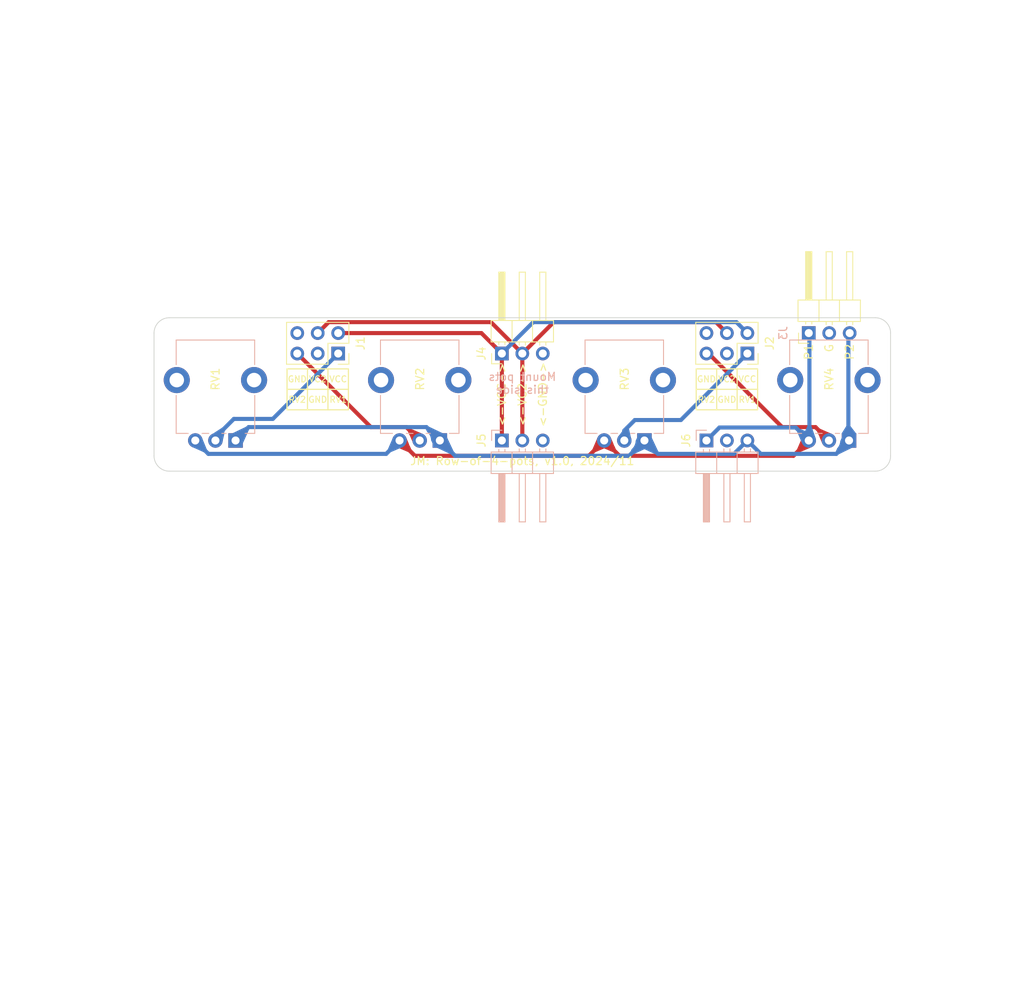
<source format=kicad_pcb>
(kicad_pcb (version 20240108) (generator "pcbnew") (generator_version "8.0")
  (layers (0 "F.Cu" signal) (1 "In1.Cu" signal) (2 "In2.Cu" signal) (31 "B.Cu" signal) (34 "B.Paste" user) (35 "F.Paste" user) (36 "B.SilkS" user "B.Silkscreen") (37 "F.SilkS" user "F.Silkscreen") (38 "B.Mask" user) (39 "F.Mask" user) (44 "Edge.Cuts" user))
  (net 0 "")
  (net 1 "/R2")
  (net 2 "/P2")
  (net 3 "/P1")
  (net 4 "/R1")
  (net 5 "/R4")
  (net 6 "/R3")
  (net 7 "GNDA")
  (net 8 "/VCC{slash}2")
  (net 9 "VCC")
  (footprint "Connector_PinHeader_2.54mm:PinHeader_1x03_P2.54mm_Horizontal" (layer "F.Cu") (at 208.28 85.725 90)
    (property "Reference" "J3" (at 0.000707 -3.175707 -90) (layer "B.SilkS") (effects (justify mirror)))
    (property "Value" "RV")
    (fp_line (start 4.1 -1.33) (end 1.44 -1.33) (stroke (width 0.12)) (layer "F.SilkS"))
    (fp_line (start 1.44 -1.33) (end 1.44 6.41) (stroke (width 0.12)) (layer "F.SilkS"))
    (fp_line (start -1.27 -1.27) (end 0 -1.27) (stroke (width 0.12)) (layer "F.SilkS"))
    (fp_line (start 10.1 -0.38) (end 10.1 0.38) (stroke (width 0.12)) (layer "F.SilkS"))
    (fp_line (start 4.1 -0.38) (end 10.1 -0.38) (stroke (width 0.12)) (layer "F.SilkS"))
    (fp_line (start 1.11 -0.38) (end 1.44 -0.38) (stroke (width 0.12)) (layer "F.SilkS"))
    (fp_line (start 4.1 -0.32) (end 10.1 -0.32) (stroke (width 0.12)) (layer "F.SilkS"))
    (fp_line (start 4.1 -0.2) (end 10.1 -0.2) (stroke (width 0.12)) (layer "F.SilkS"))
    (fp_line (start 4.1 -0.08) (end 10.1 -0.08) (stroke (width 0.12)) (layer "F.SilkS"))
    (fp_line (start -1.27 0) (end -1.27 -1.27) (stroke (width 0.12)) (layer "F.SilkS"))
    (fp_line (start 4.1 0.04) (end 10.1 0.04) (stroke (width 0.12)) (layer "F.SilkS"))
    (fp_line (start 4.1 0.16) (end 10.1 0.16) (stroke (width 0.12)) (layer "F.SilkS"))
    (fp_line (start 4.1 0.28) (end 10.1 0.28) (stroke (width 0.12)) (layer "F.SilkS"))
    (fp_line (start 10.1 0.38) (end 4.1 0.38) (stroke (width 0.12)) (layer "F.SilkS"))
    (fp_line (start 1.11 0.38) (end 1.44 0.38) (stroke (width 0.12)) (layer "F.SilkS"))
    (fp_line (start 1.44 1.27) (end 4.1 1.27) (stroke (width 0.12)) (layer "F.SilkS"))
    (fp_line (start 10.1 2.16) (end 10.1 2.92) (stroke (width 0.12)) (layer "F.SilkS"))
    (fp_line (start 4.1 2.16) (end 10.1 2.16) (stroke (width 0.12)) (layer "F.SilkS"))
    (fp_line (start 1.042929 2.16) (end 1.44 2.16) (stroke (width 0.12)) (layer "F.SilkS"))
    (fp_line (start 10.1 2.92) (end 4.1 2.92) (stroke (width 0.12)) (layer "F.SilkS"))
    (fp_line (start 1.042929 2.92) (end 1.44 2.92) (stroke (width 0.12)) (layer "F.SilkS"))
    (fp_line (start 1.44 3.81) (end 4.1 3.81) (stroke (width 0.12)) (layer "F.SilkS"))
    (fp_line (start 10.1 4.7) (end 10.1 5.46) (stroke (width 0.12)) (layer "F.SilkS"))
    (fp_line (start 4.1 4.7) (end 10.1 4.7) (stroke (width 0.12)) (layer "F.SilkS"))
    (fp_line (start 1.042929 4.7) (end 1.44 4.7) (stroke (width 0.12)) (layer "F.SilkS"))
    (fp_line (start 10.1 5.46) (end 4.1 5.46) (stroke (width 0.12)) (layer "F.SilkS"))
    (fp_line (start 1.042929 5.46) (end 1.44 5.46) (stroke (width 0.12)) (layer "F.SilkS"))
    (fp_line (start 4.1 6.41) (end 4.1 -1.33) (stroke (width 0.12)) (layer "F.SilkS"))
    (fp_line (start 1.44 6.41) (end 4.1 6.41) (stroke (width 0.12)) (layer "F.SilkS"))
    (pad "1" thru_hole rect (at 0 0 90) (size 1.7 1.7) (drill 1) (layers "*.Cu" "*.Mask") (net 3 "/P1"))
    (pad "2" thru_hole oval (at 0 2.54 90) (size 1.7 1.7) (drill 1) (layers "*.Cu" "*.Mask") (net 7 "GNDA"))
    (pad "3" thru_hole oval (at 0 5.08 90) (size 1.7 1.7) (drill 1) (layers "*.Cu" "*.Mask") (net 2 "/P2"))
  )
  (footprint "Connector_PinSocket_2.54mm:PinSocket_2x03_P2.54mm_Vertical" (layer "F.Cu") (at 149.859293 88.265 -90)
    (property "Reference" "J1" (at -1.27 -2.77 90) (layer "F.SilkS"))
    (property "Value" "Conn_02x03_Odd_Even")
    (fp_line (start -3.87 6.41) (end 1.33 6.41) (stroke (width 0.12)) (layer "F.SilkS"))
    (fp_line (start -1.27 1.27) (end 1.33 1.27) (stroke (width 0.12)) (layer "F.SilkS"))
    (fp_line (start 1.33 1.27) (end 1.33 6.41) (stroke (width 0.12)) (layer "F.SilkS"))
    (fp_line (start -3.87 -1.33) (end -3.87 6.41) (stroke (width 0.12)) (layer "F.SilkS"))
    (fp_line (start -3.87 -1.33) (end -1.27 -1.33) (stroke (width 0.12)) (layer "F.SilkS"))
    (fp_line (start -1.27 -1.33) (end -1.27 1.27) (stroke (width 0.12)) (layer "F.SilkS"))
    (fp_line (start 0 -1.33) (end 1.33 -1.33) (stroke (width 0.12)) (layer "F.SilkS"))
    (fp_line (start 1.33 -1.33) (end 1.33 0) (stroke (width 0.12)) (layer "F.SilkS"))
    (pad "1" thru_hole rect (at 0 0 270) (size 1.7 1.7) (drill 1) (layers "*.Cu" "*.Mask") (net 4 "/R1"))
    (pad "2" thru_hole oval (at -2.54 0 270) (size 1.7 1.7) (drill 1) (layers "*.Cu" "*.Mask") (net 9 "VCC"))
    (pad "3" thru_hole oval (at 0 2.54 270) (size 1.7 1.7) (drill 1) (layers "*.Cu" "*.Mask") (net 7 "GNDA"))
    (pad "4" thru_hole oval (at -2.54 2.54 270) (size 1.7 1.7) (drill 1) (layers "*.Cu" "*.Mask") (net 8 "/VCC{slash}2"))
    (pad "5" thru_hole oval (at 0 5.08 270) (size 1.7 1.7) (drill 1) (layers "*.Cu" "*.Mask") (net 1 "/R2"))
    (pad "6" thru_hole oval (at -2.54 5.08 270) (size 1.7 1.7) (drill 1) (layers "*.Cu" "*.Mask") (net 7 "GNDA"))
  )
  (footprint "Connector_PinHeader_2.54mm:PinHeader_1x03_P2.54mm_Horizontal" (layer "F.Cu") (at 170.18 88.265 90)
    (property "Reference" "J4" (at -0.000707 -2.540707 90) (layer "F.SilkS"))
    (property "Value" "PWR")
    (fp_line (start 4.1 -1.33) (end 1.44 -1.33) (stroke (width 0.12)) (layer "F.SilkS"))
    (fp_line (start 1.44 -1.33) (end 1.44 6.41) (stroke (width 0.12)) (layer "F.SilkS"))
    (fp_line (start -1.27 -1.27) (end 0 -1.27) (stroke (width 0.12)) (layer "F.SilkS"))
    (fp_line (start 10.1 -0.38) (end 10.1 0.38) (stroke (width 0.12)) (layer "F.SilkS"))
    (fp_line (start 4.1 -0.38) (end 10.1 -0.38) (stroke (width 0.12)) (layer "F.SilkS"))
    (fp_line (start 1.11 -0.38) (end 1.44 -0.38) (stroke (width 0.12)) (layer "F.SilkS"))
    (fp_line (start 4.1 -0.32) (end 10.1 -0.32) (stroke (width 0.12)) (layer "F.SilkS"))
    (fp_line (start 4.1 -0.2) (end 10.1 -0.2) (stroke (width 0.12)) (layer "F.SilkS"))
    (fp_line (start 4.1 -0.08) (end 10.1 -0.08) (stroke (width 0.12)) (layer "F.SilkS"))
    (fp_line (start -1.27 0) (end -1.27 -1.27) (stroke (width 0.12)) (layer "F.SilkS"))
    (fp_line (start 4.1 0.04) (end 10.1 0.04) (stroke (width 0.12)) (layer "F.SilkS"))
    (fp_line (start 4.1 0.16) (end 10.1 0.16) (stroke (width 0.12)) (layer "F.SilkS"))
    (fp_line (start 4.1 0.28) (end 10.1 0.28) (stroke (width 0.12)) (layer "F.SilkS"))
    (fp_line (start 10.1 0.38) (end 4.1 0.38) (stroke (width 0.12)) (layer "F.SilkS"))
    (fp_line (start 1.11 0.38) (end 1.44 0.38) (stroke (width 0.12)) (layer "F.SilkS"))
    (fp_line (start 1.44 1.27) (end 4.1 1.27) (stroke (width 0.12)) (layer "F.SilkS"))
    (fp_line (start 10.1 2.16) (end 10.1 2.92) (stroke (width 0.12)) (layer "F.SilkS"))
    (fp_line (start 4.1 2.16) (end 10.1 2.16) (stroke (width 0.12)) (layer "F.SilkS"))
    (fp_line (start 1.042929 2.16) (end 1.44 2.16) (stroke (width 0.12)) (layer "F.SilkS"))
    (fp_line (start 10.1 2.92) (end 4.1 2.92) (stroke (width 0.12)) (layer "F.SilkS"))
    (fp_line (start 1.042929 2.92) (end 1.44 2.92) (stroke (width 0.12)) (layer "F.SilkS"))
    (fp_line (start 1.44 3.81) (end 4.1 3.81) (stroke (width 0.12)) (layer "F.SilkS"))
    (fp_line (start 10.1 4.7) (end 10.1 5.46) (stroke (width 0.12)) (layer "F.SilkS"))
    (fp_line (start 4.1 4.7) (end 10.1 4.7) (stroke (width 0.12)) (layer "F.SilkS"))
    (fp_line (start 1.042929 4.7) (end 1.44 4.7) (stroke (width 0.12)) (layer "F.SilkS"))
    (fp_line (start 10.1 5.46) (end 4.1 5.46) (stroke (width 0.12)) (layer "F.SilkS"))
    (fp_line (start 1.042929 5.46) (end 1.44 5.46) (stroke (width 0.12)) (layer "F.SilkS"))
    (fp_line (start 4.1 6.41) (end 4.1 -1.33) (stroke (width 0.12)) (layer "F.SilkS"))
    (fp_line (start 1.44 6.41) (end 4.1 6.41) (stroke (width 0.12)) (layer "F.SilkS"))
    (pad "1" thru_hole rect (at 0 0 90) (size 1.7 1.7) (drill 1) (layers "*.Cu" "*.Mask") (net 9 "VCC"))
    (pad "2" thru_hole oval (at 0 2.54 90) (size 1.7 1.7) (drill 1) (layers "*.Cu" "*.Mask") (net 8 "/VCC{slash}2"))
    (pad "3" thru_hole oval (at 0 5.08 90) (size 1.7 1.7) (drill 1) (layers "*.Cu" "*.Mask") (net 7 "GNDA"))
  )
  (footprint "Connector_PinSocket_2.54mm:PinSocket_2x03_P2.54mm_Vertical" (layer "F.Cu") (at 200.659293 88.265 -90)
    (property "Reference" "J2" (at -1.27 -2.77 90) (layer "F.SilkS"))
    (property "Value" "Conn_02x03_Odd_Even")
    (fp_line (start -3.87 6.41) (end 1.33 6.41) (stroke (width 0.12)) (layer "F.SilkS"))
    (fp_line (start -1.27 1.27) (end 1.33 1.27) (stroke (width 0.12)) (layer "F.SilkS"))
    (fp_line (start 1.33 1.27) (end 1.33 6.41) (stroke (width 0.12)) (layer "F.SilkS"))
    (fp_line (start -3.87 -1.33) (end -3.87 6.41) (stroke (width 0.12)) (layer "F.SilkS"))
    (fp_line (start -3.87 -1.33) (end -1.27 -1.33) (stroke (width 0.12)) (layer "F.SilkS"))
    (fp_line (start -1.27 -1.33) (end -1.27 1.27) (stroke (width 0.12)) (layer "F.SilkS"))
    (fp_line (start 0 -1.33) (end 1.33 -1.33) (stroke (width 0.12)) (layer "F.SilkS"))
    (fp_line (start 1.33 -1.33) (end 1.33 0) (stroke (width 0.12)) (layer "F.SilkS"))
    (pad "1" thru_hole rect (at 0 0 270) (size 1.7 1.7) (drill 1) (layers "*.Cu" "*.Mask") (net 6 "/R3"))
    (pad "2" thru_hole oval (at -2.54 0 270) (size 1.7 1.7) (drill 1) (layers "*.Cu" "*.Mask") (net 9 "VCC"))
    (pad "3" thru_hole oval (at 0 2.54 270) (size 1.7 1.7) (drill 1) (layers "*.Cu" "*.Mask") (net 7 "GNDA"))
    (pad "4" thru_hole oval (at -2.54 2.54 270) (size 1.7 1.7) (drill 1) (layers "*.Cu" "*.Mask") (net 8 "/VCC{slash}2"))
    (pad "5" thru_hole oval (at 0 5.08 270) (size 1.7 1.7) (drill 1) (layers "*.Cu" "*.Mask") (net 5 "/R4"))
    (pad "6" thru_hole oval (at -2.54 5.08 270) (size 1.7 1.7) (drill 1) (layers "*.Cu" "*.Mask") (net 7 "GNDA"))
  )
  (footprint "Project_Library:Potentiometer_Alpha_RD901F-40-00D_Single_Vertical_CircularHoles" (layer "B.Cu") (at 213.28 99.06 90)
    (property "Reference" "RV4" (at 7.619293 -2.460707 90) (layer "F.SilkS"))
    (property "Value" "10K")
    (fp_line (start 12.47 -7.37) (end 9.41 -7.37) (stroke (width 0.12)) (layer "B.SilkS"))
    (fp_line (start 5.6 -7.37) (end 0.88 -7.37) (stroke (width 0.12)) (layer "B.SilkS"))
    (fp_line (start 0.88 -5.88) (end 0.88 -7.37) (stroke (width 0.12)) (layer "B.SilkS"))
    (fp_line (start 0.88 -3.33) (end 0.88 -4.16) (stroke (width 0.12)) (layer "B.SilkS"))
    (fp_line (start 0.88 -1.18) (end 0.88 -1.71) (stroke (width 0.12)) (layer "B.SilkS"))
    (fp_line (start 12.47 2.37) (end 12.47 -7.37) (stroke (width 0.12)) (layer "B.SilkS"))
    (fp_line (start 12.47 2.37) (end 9.41 2.37) (stroke (width 0.12)) (layer "B.SilkS"))
    (fp_line (start 0.88 2.37) (end 0.88 1.19) (stroke (width 0.12)) (layer "B.SilkS"))
    (fp_line (start 5.6 2.38) (end 0.88 2.38) (stroke (width 0.12)) (layer "B.SilkS"))
    (pad "" thru_hole circle (at 7.5 -7.3) (size 3.24 3.24) (drill 1.8) (layers "*.Cu" "*.Mask"))
    (pad "" thru_hole circle (at 7.5 2.3) (size 3.24 3.24) (drill 1.8) (layers "*.Cu" "*.Mask"))
    (pad "1" thru_hole rect (at 0 0) (size 1.8 1.8) (drill 1) (layers "*.Cu" "*.Mask") (net 2 "/P2"))
    (pad "2" thru_hole circle (at 0 -2.5) (size 1.8 1.8) (drill 1) (layers "*.Cu" "*.Mask") (net 5 "/R4"))
    (pad "3" thru_hole circle (at 0 -5) (size 1.8 1.8) (drill 1) (layers "*.Cu" "*.Mask") (net 3 "/P1"))
  )
  (footprint "Project_Library:Potentiometer_Alpha_RD901F-40-00D_Single_Vertical_CircularHoles" (layer "B.Cu") (at 187.88 99.06 90)
    (property "Reference" "RV3" (at 7.619293 -2.460707 90) (layer "F.SilkS"))
    (property "Value" "10K")
    (fp_line (start 12.47 -7.37) (end 9.41 -7.37) (stroke (width 0.12)) (layer "B.SilkS"))
    (fp_line (start 5.6 -7.37) (end 0.88 -7.37) (stroke (width 0.12)) (layer "B.SilkS"))
    (fp_line (start 0.88 -5.88) (end 0.88 -7.37) (stroke (width 0.12)) (layer "B.SilkS"))
    (fp_line (start 0.88 -3.33) (end 0.88 -4.16) (stroke (width 0.12)) (layer "B.SilkS"))
    (fp_line (start 0.88 -1.18) (end 0.88 -1.71) (stroke (width 0.12)) (layer "B.SilkS"))
    (fp_line (start 12.47 2.37) (end 12.47 -7.37) (stroke (width 0.12)) (layer "B.SilkS"))
    (fp_line (start 12.47 2.37) (end 9.41 2.37) (stroke (width 0.12)) (layer "B.SilkS"))
    (fp_line (start 0.88 2.37) (end 0.88 1.19) (stroke (width 0.12)) (layer "B.SilkS"))
    (fp_line (start 5.6 2.38) (end 0.88 2.38) (stroke (width 0.12)) (layer "B.SilkS"))
    (pad "" thru_hole circle (at 7.5 -7.3) (size 3.24 3.24) (drill 1.8) (layers "*.Cu" "*.Mask"))
    (pad "" thru_hole circle (at 7.5 2.3) (size 3.24 3.24) (drill 1.8) (layers "*.Cu" "*.Mask"))
    (pad "1" thru_hole rect (at 0 0) (size 1.8 1.8) (drill 1) (layers "*.Cu" "*.Mask") (net 2 "/P2"))
    (pad "2" thru_hole circle (at 0 -2.5) (size 1.8 1.8) (drill 1) (layers "*.Cu" "*.Mask") (net 6 "/R3"))
    (pad "3" thru_hole circle (at 0 -5) (size 1.8 1.8) (drill 1) (layers "*.Cu" "*.Mask") (net 3 "/P1"))
  )
  (footprint "Connector_PinHeader_2.54mm:PinHeader_1x03_P2.54mm_Horizontal" (layer "B.Cu") (at 195.58 99.06 -90)
    (property "Reference" "J6" (at 0.000707 2.540707 90) (layer "F.SilkS"))
    (property "Value" "RV")
    (fp_line (start 1.44 1.33) (end 4.1 1.33) (stroke (width 0.12)) (layer "B.SilkS"))
    (fp_line (start 4.1 1.33) (end 4.1 -6.41) (stroke (width 0.12)) (layer "B.SilkS"))
    (fp_line (start -1.27 1.27) (end -1.27 0) (stroke (width 0.12)) (layer "B.SilkS"))
    (fp_line (start 0 1.27) (end -1.27 1.27) (stroke (width 0.12)) (layer "B.SilkS"))
    (fp_line (start 1.44 0.38) (end 1.11 0.38) (stroke (width 0.12)) (layer "B.SilkS"))
    (fp_line (start 10.1 0.38) (end 4.1 0.38) (stroke (width 0.12)) (layer "B.SilkS"))
    (fp_line (start 10.1 0.32) (end 4.1 0.32) (stroke (width 0.12)) (layer "B.SilkS"))
    (fp_line (start 10.1 0.2) (end 4.1 0.2) (stroke (width 0.12)) (layer "B.SilkS"))
    (fp_line (start 10.1 0.08) (end 4.1 0.08) (stroke (width 0.12)) (layer "B.SilkS"))
    (fp_line (start 10.1 -0.04) (end 4.1 -0.04) (stroke (width 0.12)) (layer "B.SilkS"))
    (fp_line (start 10.1 -0.16) (end 4.1 -0.16) (stroke (width 0.12)) (layer "B.SilkS"))
    (fp_line (start 10.1 -0.28) (end 4.1 -0.28) (stroke (width 0.12)) (layer "B.SilkS"))
    (fp_line (start 1.44 -0.38) (end 1.11 -0.38) (stroke (width 0.12)) (layer "B.SilkS"))
    (fp_line (start 4.1 -0.38) (end 10.1 -0.38) (stroke (width 0.12)) (layer "B.SilkS"))
    (fp_line (start 10.1 -0.38) (end 10.1 0.38) (stroke (width 0.12)) (layer "B.SilkS"))
    (fp_line (start 4.1 -1.27) (end 1.44 -1.27) (stroke (width 0.12)) (layer "B.SilkS"))
    (fp_line (start 1.44 -2.16) (end 1.042929 -2.16) (stroke (width 0.12)) (layer "B.SilkS"))
    (fp_line (start 10.1 -2.16) (end 4.1 -2.16) (stroke (width 0.12)) (layer "B.SilkS"))
    (fp_line (start 1.44 -2.92) (end 1.042929 -2.92) (stroke (width 0.12)) (layer "B.SilkS"))
    (fp_line (start 4.1 -2.92) (end 10.1 -2.92) (stroke (width 0.12)) (layer "B.SilkS"))
    (fp_line (start 10.1 -2.92) (end 10.1 -2.16) (stroke (width 0.12)) (layer "B.SilkS"))
    (fp_line (start 4.1 -3.81) (end 1.44 -3.81) (stroke (width 0.12)) (layer "B.SilkS"))
    (fp_line (start 1.44 -4.7) (end 1.042929 -4.7) (stroke (width 0.12)) (layer "B.SilkS"))
    (fp_line (start 10.1 -4.7) (end 4.1 -4.7) (stroke (width 0.12)) (layer "B.SilkS"))
    (fp_line (start 1.44 -5.46) (end 1.042929 -5.46) (stroke (width 0.12)) (layer "B.SilkS"))
    (fp_line (start 4.1 -5.46) (end 10.1 -5.46) (stroke (width 0.12)) (layer "B.SilkS"))
    (fp_line (start 10.1 -5.46) (end 10.1 -4.7) (stroke (width 0.12)) (layer "B.SilkS"))
    (fp_line (start 1.44 -6.41) (end 1.44 1.33) (stroke (width 0.12)) (layer "B.SilkS"))
    (fp_line (start 4.1 -6.41) (end 1.44 -6.41) (stroke (width 0.12)) (layer "B.SilkS"))
    (pad "1" thru_hole rect (at 0 0 270) (size 1.7 1.7) (drill 1) (layers "*.Cu" "*.Mask") (net 3 "/P1"))
    (pad "2" thru_hole oval (at 0 -2.54 270) (size 1.7 1.7) (drill 1) (layers "*.Cu" "*.Mask") (net 7 "GNDA"))
    (pad "3" thru_hole oval (at 0 -5.08 270) (size 1.7 1.7) (drill 1) (layers "*.Cu" "*.Mask") (net 2 "/P2"))
  )
  (footprint "Project_Library:Potentiometer_Alpha_RD901F-40-00D_Single_Vertical_CircularHoles" (layer "B.Cu") (at 162.48 99.06 90)
    (property "Reference" "RV2" (at 7.619293 -2.460707 90) (layer "F.SilkS"))
    (property "Value" "10K")
    (fp_line (start 12.47 -7.37) (end 9.41 -7.37) (stroke (width 0.12)) (layer "B.SilkS"))
    (fp_line (start 5.6 -7.37) (end 0.88 -7.37) (stroke (width 0.12)) (layer "B.SilkS"))
    (fp_line (start 0.88 -5.88) (end 0.88 -7.37) (stroke (width 0.12)) (layer "B.SilkS"))
    (fp_line (start 0.88 -3.33) (end 0.88 -4.16) (stroke (width 0.12)) (layer "B.SilkS"))
    (fp_line (start 0.88 -1.18) (end 0.88 -1.71) (stroke (width 0.12)) (layer "B.SilkS"))
    (fp_line (start 12.47 2.37) (end 12.47 -7.37) (stroke (width 0.12)) (layer "B.SilkS"))
    (fp_line (start 12.47 2.37) (end 9.41 2.37) (stroke (width 0.12)) (layer "B.SilkS"))
    (fp_line (start 0.88 2.37) (end 0.88 1.19) (stroke (width 0.12)) (layer "B.SilkS"))
    (fp_line (start 5.6 2.38) (end 0.88 2.38) (stroke (width 0.12)) (layer "B.SilkS"))
    (pad "" thru_hole circle (at 7.5 -7.3) (size 3.24 3.24) (drill 1.8) (layers "*.Cu" "*.Mask"))
    (pad "" thru_hole circle (at 7.5 2.3) (size 3.24 3.24) (drill 1.8) (layers "*.Cu" "*.Mask"))
    (pad "1" thru_hole rect (at 0 0) (size 1.8 1.8) (drill 1) (layers "*.Cu" "*.Mask") (net 2 "/P2"))
    (pad "2" thru_hole circle (at 0 -2.5) (size 1.8 1.8) (drill 1) (layers "*.Cu" "*.Mask") (net 1 "/R2"))
    (pad "3" thru_hole circle (at 0 -5) (size 1.8 1.8) (drill 1) (layers "*.Cu" "*.Mask") (net 3 "/P1"))
  )
  (footprint "Connector_PinHeader_2.54mm:PinHeader_1x03_P2.54mm_Horizontal" (layer "B.Cu") (at 170.18 99.06 -90)
    (property "Reference" "J5" (at 0.000707 2.540707 90) (layer "F.SilkS"))
    (property "Value" "PWR")
    (fp_line (start 1.44 1.33) (end 4.1 1.33) (stroke (width 0.12)) (layer "B.SilkS"))
    (fp_line (start 4.1 1.33) (end 4.1 -6.41) (stroke (width 0.12)) (layer "B.SilkS"))
    (fp_line (start -1.27 1.27) (end -1.27 0) (stroke (width 0.12)) (layer "B.SilkS"))
    (fp_line (start 0 1.27) (end -1.27 1.27) (stroke (width 0.12)) (layer "B.SilkS"))
    (fp_line (start 1.44 0.38) (end 1.11 0.38) (stroke (width 0.12)) (layer "B.SilkS"))
    (fp_line (start 10.1 0.38) (end 4.1 0.38) (stroke (width 0.12)) (layer "B.SilkS"))
    (fp_line (start 10.1 0.32) (end 4.1 0.32) (stroke (width 0.12)) (layer "B.SilkS"))
    (fp_line (start 10.1 0.2) (end 4.1 0.2) (stroke (width 0.12)) (layer "B.SilkS"))
    (fp_line (start 10.1 0.08) (end 4.1 0.08) (stroke (width 0.12)) (layer "B.SilkS"))
    (fp_line (start 10.1 -0.04) (end 4.1 -0.04) (stroke (width 0.12)) (layer "B.SilkS"))
    (fp_line (start 10.1 -0.16) (end 4.1 -0.16) (stroke (width 0.12)) (layer "B.SilkS"))
    (fp_line (start 10.1 -0.28) (end 4.1 -0.28) (stroke (width 0.12)) (layer "B.SilkS"))
    (fp_line (start 1.44 -0.38) (end 1.11 -0.38) (stroke (width 0.12)) (layer "B.SilkS"))
    (fp_line (start 4.1 -0.38) (end 10.1 -0.38) (stroke (width 0.12)) (layer "B.SilkS"))
    (fp_line (start 10.1 -0.38) (end 10.1 0.38) (stroke (width 0.12)) (layer "B.SilkS"))
    (fp_line (start 4.1 -1.27) (end 1.44 -1.27) (stroke (width 0.12)) (layer "B.SilkS"))
    (fp_line (start 1.44 -2.16) (end 1.042929 -2.16) (stroke (width 0.12)) (layer "B.SilkS"))
    (fp_line (start 10.1 -2.16) (end 4.1 -2.16) (stroke (width 0.12)) (layer "B.SilkS"))
    (fp_line (start 1.44 -2.92) (end 1.042929 -2.92) (stroke (width 0.12)) (layer "B.SilkS"))
    (fp_line (start 4.1 -2.92) (end 10.1 -2.92) (stroke (width 0.12)) (layer "B.SilkS"))
    (fp_line (start 10.1 -2.92) (end 10.1 -2.16) (stroke (width 0.12)) (layer "B.SilkS"))
    (fp_line (start 4.1 -3.81) (end 1.44 -3.81) (stroke (width 0.12)) (layer "B.SilkS"))
    (fp_line (start 1.44 -4.7) (end 1.042929 -4.7) (stroke (width 0.12)) (layer "B.SilkS"))
    (fp_line (start 10.1 -4.7) (end 4.1 -4.7) (stroke (width 0.12)) (layer "B.SilkS"))
    (fp_line (start 1.44 -5.46) (end 1.042929 -5.46) (stroke (width 0.12)) (layer "B.SilkS"))
    (fp_line (start 4.1 -5.46) (end 10.1 -5.46) (stroke (width 0.12)) (layer "B.SilkS"))
    (fp_line (start 10.1 -5.46) (end 10.1 -4.7) (stroke (width 0.12)) (layer "B.SilkS"))
    (fp_line (start 1.44 -6.41) (end 1.44 1.33) (stroke (width 0.12)) (layer "B.SilkS"))
    (fp_line (start 4.1 -6.41) (end 1.44 -6.41) (stroke (width 0.12)) (layer "B.SilkS"))
    (pad "1" thru_hole rect (at 0 0 270) (size 1.7 1.7) (drill 1) (layers "*.Cu" "*.Mask") (net 9 "VCC"))
    (pad "2" thru_hole oval (at 0 -2.54 270) (size 1.7 1.7) (drill 1) (layers "*.Cu" "*.Mask") (net 8 "/VCC{slash}2"))
    (pad "3" thru_hole oval (at 0 -5.08 270) (size 1.7 1.7) (drill 1) (layers "*.Cu" "*.Mask") (net 7 "GNDA"))
  )
  (footprint "Project_Library:Potentiometer_Alpha_RD901F-40-00D_Single_Vertical_CircularHoles" (layer "B.Cu") (at 137.12 99.06 90)
    (property "Reference" "RV1" (at 7.619293 -2.500707 90) (layer "F.SilkS"))
    (property "Value" "10K")
    (fp_line (start 12.47 -7.37) (end 9.41 -7.37) (stroke (width 0.12)) (layer "B.SilkS"))
    (fp_line (start 5.6 -7.37) (end 0.88 -7.37) (stroke (width 0.12)) (layer "B.SilkS"))
    (fp_line (start 0.88 -5.88) (end 0.88 -7.37) (stroke (width 0.12)) (layer "B.SilkS"))
    (fp_line (start 0.88 -3.33) (end 0.88 -4.16) (stroke (width 0.12)) (layer "B.SilkS"))
    (fp_line (start 0.88 -1.18) (end 0.88 -1.71) (stroke (width 0.12)) (layer "B.SilkS"))
    (fp_line (start 12.47 2.37) (end 12.47 -7.37) (stroke (width 0.12)) (layer "B.SilkS"))
    (fp_line (start 12.47 2.37) (end 9.41 2.37) (stroke (width 0.12)) (layer "B.SilkS"))
    (fp_line (start 0.88 2.37) (end 0.88 1.19) (stroke (width 0.12)) (layer "B.SilkS"))
    (fp_line (start 5.6 2.38) (end 0.88 2.38) (stroke (width 0.12)) (layer "B.SilkS"))
    (pad "" thru_hole circle (at 7.5 -7.3) (size 3.24 3.24) (drill 1.8) (layers "*.Cu" "*.Mask"))
    (pad "" thru_hole circle (at 7.5 2.3) (size 3.24 3.24) (drill 1.8) (layers "*.Cu" "*.Mask"))
    (pad "1" thru_hole rect (at 0 0) (size 1.8 1.8) (drill 1) (layers "*.Cu" "*.Mask") (net 2 "/P2"))
    (pad "2" thru_hole circle (at 0 -2.5) (size 1.8 1.8) (drill 1) (layers "*.Cu" "*.Mask") (net 4 "/R1"))
    (pad "3" thru_hole circle (at 0 -5) (size 1.8 1.8) (drill 1) (layers "*.Cu" "*.Mask") (net 3 "/P1"))
  )
  (gr_line (start 146.049293 90.170707) (end 146.049293 95.250707) (stroke (width 0.15)) (layer "F.SilkS"))
  (gr_line (start 143.51 92.710707) (end 151.13 92.710707) (stroke (width 0.15)) (layer "F.SilkS"))
  (gr_line (start 196.849293 90.170707) (end 196.849293 95.250707) (stroke (width 0.15)) (layer "F.SilkS"))
  (gr_rect (start 194.309293 90.17) (end 201.929293 95.25) (stroke (width 0.15)) (fill none) (layer "F.SilkS"))
  (gr_line (start 148.589293 90.170707) (end 148.589293 95.250707) (stroke (width 0.15)) (layer "F.SilkS"))
  (gr_rect (start 143.51 90.17) (end 151.13 95.25) (stroke (width 0.15)) (fill none) (layer "F.SilkS"))
  (gr_line (start 194.309293 92.710707) (end 201.929293 92.710707) (stroke (width 0.15)) (layer "F.SilkS"))
  (gr_line (start 199.388586 90.170707) (end 199.388586 95.250707) (stroke (width 0.15)) (layer "F.SilkS"))
  (gr_line (start 128.904293 102.870707) (end 216.534293 102.870707) (stroke (width 0.1)) (layer "Edge.Cuts"))
  (gr_arc (start 128.904293 102.870707) (mid 127.557255 102.312745) (end 126.999293 100.965707) (stroke (width 0.1)) (layer "Edge.Cuts"))
  (gr_line (start 216.534293 83.820707) (end 128.904293 83.820707) (stroke (width 0.1)) (layer "Edge.Cuts"))
  (gr_line (start 218.439293 100.965707) (end 218.439293 85.725707) (stroke (width 0.1)) (layer "Edge.Cuts"))
  (gr_arc (start 218.439293 100.965707) (mid 217.881331 102.312745) (end 216.534293 102.870707) (stroke (width 0.1)) (layer "Edge.Cuts"))
  (gr_arc (start 216.534293 83.820707) (mid 217.881331 84.378669) (end 218.439293 85.725707) (stroke (width 0.1)) (layer "Edge.Cuts"))
  (gr_line (start 126.999293 85.725707) (end 126.999293 100.965707) (stroke (width 0.1)) (layer "Edge.Cuts"))
  (gr_arc (start 126.999293 85.725707) (mid 127.557255 84.378669) (end 128.904293 83.820707) (stroke (width 0.1)) (layer "Edge.Cuts"))
  (gr_text "Mount pots\nthis side" (at 172.719293 93.345707 0) (layer "B.SilkS") (effects (font (size 1 1)) (justify bottom mirror)))
  (gr_text "GND" (at 195.578586 91.440707 0) (layer "F.SilkS") (effects (font (size 0.762 0.762) (thickness 0.127))))
  (gr_text "P1" (at 208.279293 86.995707 90) (layer "F.SilkS") (effects (font (size 1 1)) (justify right)))
  (gr_text "VC2" (at 147.319293 91.440707 0) (layer "F.SilkS") (effects (font (size 0.762 0.762) (thickness 0.127))))
  (gr_text "GND" (at 144.779293 91.440707 0) (layer "F.SilkS") (effects (font (size 0.762 0.762) (thickness 0.127))))
  (gr_text "GND" (at 198.119293 93.980707 0) (layer "F.SilkS") (effects (font (size 0.762 0.762) (thickness 0.127))))
  (gr_text "<-VCC->" (at 170.179293 93.345707 90) (layer "F.SilkS") (effects (font (size 1 1))))
  (gr_text "<-VC2->" (at 172.719293 93.345707 90) (layer "F.SilkS") (effects (font (size 1 1))))
  (gr_text "JM: Row-of-4-pots, v1.0, 2024/11" (at 172.719293 101.600707 0) (layer "F.SilkS") (effects (font (size 1 1))))
  (gr_text "RV2" (at 144.779293 93.980707 0) (layer "F.SilkS") (effects (font (size 0.762 0.762) (thickness 0.127))))
  (gr_text "VC2" (at 198.118586 91.440707 0) (layer "F.SilkS") (effects (font (size 0.762 0.762) (thickness 0.127))))
  (gr_text "P2" (at 213.359293 86.995707 90) (layer "F.SilkS") (effects (font (size 1 1)) (justify right)))
  (gr_text "VCC" (at 149.859293 91.440707 0) (layer "F.SilkS") (effects (font (size 0.762 0.762) (thickness 0.127))))
  (gr_text "<-GND->" (at 175.259293 93.345707 90) (layer "F.SilkS") (effects (font (size 1 1))))
  (gr_text "VCC" (at 200.658586 91.440707 0) (layer "F.SilkS") (effects (font (size 0.762 0.762) (thickness 0.127))))
  (gr_text "RV1" (at 149.859293 93.980707 0) (layer "F.SilkS") (effects (font (size 0.762 0.762) (thickness 0.127))))
  (gr_text "GND" (at 147.32 93.980707 0) (layer "F.SilkS") (effects (font (size 0.762 0.762) (thickness 0.127))))
  (gr_text "RV2" (at 195.578586 93.980707 0) (layer "F.SilkS") (effects (font (size 0.762 0.762) (thickness 0.127))))
  (gr_text "G" (at 210.819293 86.995707 90) (layer "F.SilkS") (effects (font (size 1 1)) (justify right)))
  (gr_text "RV1" (at 200.658586 93.980707 0) (layer "F.SilkS") (effects (font (size 0.762 0.762) (thickness 0.127))))
  (segment (start 153.912293 97.398) (end 158.318 97.398) (width 0.508) (layer "F.Cu") (net 1))
  (segment (start 158.318 97.398) (end 159.98 99.06) (width 0.508) (layer "F.Cu") (net 1))
  (segment (start 144.779293 88.265) (end 153.912293 97.398) (width 0.508) (layer "F.Cu") (net 1))
  (segment (start 162.48 99.06) (end 162.56 99.06) (width 0.508) (layer "F.Cu") (net 2))
  (segment (start 213.198 85.887) (end 213.198 98.978) (width 0.508) (layer "B.Cu") (net 2))
  (segment (start 137.08 99.06) (end 138.742 97.398) (width 0.508) (layer "B.Cu") (net 2))
  (segment (start 213.28 99.06) (end 213.28 99.14) (width 0.508) (layer "B.Cu") (net 2))
  (segment (start 164.385 100.965) (end 185.975 100.965) (width 0.508) (layer "B.Cu") (net 2))
  (segment (start 198.998 100.722) (end 189.542 100.722) (width 0.508) (layer "B.Cu") (net 2))
  (segment (start 189.542 100.722) (end 187.88 99.06) (width 0.508) (layer "B.Cu") (net 2))
  (segment (start 202.322 100.722) (end 200.66 99.06) (width 0.508) (layer "B.Cu") (net 2))
  (segment (start 200.66 99.06) (end 198.998 100.722) (width 0.508) (layer "B.Cu") (net 2))
  (segment (start 185.975 100.965) (end 187.88 99.06) (width 0.508) (layer "B.Cu") (net 2))
  (segment (start 213.28 99.14) (end 211.698 100.722) (width 0.508) (layer "B.Cu") (net 2))
  (segment (start 213.198 98.978) (end 213.28 99.06) (width 0.508) (layer "B.Cu") (net 2))
  (segment (start 160.818 97.398) (end 162.48 99.06) (width 0.508) (layer "B.Cu") (net 2))
  (segment (start 138.742 97.398) (end 160.818 97.398) (width 0.508) (layer "B.Cu") (net 2))
  (segment (start 162.48 99.06) (end 164.385 100.965) (width 0.508) (layer "B.Cu") (net 2))
  (segment (start 213.36 85.725) (end 213.198 85.887) (width 0.508) (layer "B.Cu") (net 2))
  (segment (start 211.698 100.722) (end 202.322 100.722) (width 0.508) (layer "B.Cu") (net 2))
  (segment (start 180.975 100.965) (end 182.88 99.06) (width 0.508) (layer "F.Cu") (net 3))
  (segment (start 182.88 99.06) (end 184.785 100.965) (width 0.508) (layer "F.Cu") (net 3))
  (segment (start 159.385 100.965) (end 180.975 100.965) (width 0.508) (layer "F.Cu") (net 3))
  (segment (start 184.785 100.965) (end 206.375 100.965) (width 0.508) (layer "F.Cu") (net 3))
  (segment (start 157.48 99.06) (end 159.385 100.965) (width 0.508) (layer "F.Cu") (net 3))
  (segment (start 206.375 100.965) (end 208.28 99.06) (width 0.508) (layer "F.Cu") (net 3))
  (segment (start 155.818 100.722) (end 157.48 99.06) (width 0.508) (layer "B.Cu") (net 3))
  (segment (start 197.192 97.448) (end 206.668 97.448) (width 0.508) (layer "B.Cu") (net 3))
  (segment (start 132.08 99.06) (end 133.742 100.722) (width 0.508) (layer "B.Cu") (net 3))
  (segment (start 208.362 98.978) (end 208.28 99.06) (width 0.508) (layer "B.Cu") (net 3))
  (segment (start 206.668 97.448) (end 208.28 99.06) (width 0.508) (layer "B.Cu") (net 3))
  (segment (start 133.742 100.722) (end 155.818 100.722) (width 0.508) (layer "B.Cu") (net 3))
  (segment (start 208.28 85.725) (end 208.362 85.807) (width 0.508) (layer "B.Cu") (net 3))
  (segment (start 208.362 85.807) (end 208.362 98.978) (width 0.508) (layer "B.Cu") (net 3))
  (segment (start 195.58 99.06) (end 197.192 97.448) (width 0.508) (layer "B.Cu") (net 3))
  (segment (start 149.859293 88.265) (end 141.742293 96.382) (width 0.508) (layer "B.Cu") (net 4))
  (segment (start 134.62 98.667293) (end 134.62 99.06) (width 0.508) (layer "B.Cu") (net 4))
  (segment (start 141.742293 96.382) (end 136.905293 96.382) (width 0.508) (layer "B.Cu") (net 4))
  (segment (start 136.905293 96.382) (end 134.62 98.667293) (width 0.508) (layer "B.Cu") (net 4))
  (segment (start 204.97258 97.398) (end 209.118 97.398) (width 0.508) (layer "F.Cu") (net 5))
  (segment (start 195.579293 88.265) (end 195.83958 88.265) (width 0.508) (layer "F.Cu") (net 5))
  (segment (start 195.83958 88.265) (end 204.97258 97.398) (width 0.508) (layer "F.Cu") (net 5))
  (segment (start 209.118 97.398) (end 210.78 99.06) (width 0.508) (layer "F.Cu") (net 5))
  (segment (start 186.689293 96.520707) (end 185.38 97.83) (width 0.508) (layer "B.Cu") (net 6))
  (segment (start 200.659293 88.265) (end 192.403586 96.520707) (width 0.508) (layer "B.Cu") (net 6))
  (segment (start 192.403586 96.520707) (end 186.689293 96.520707) (width 0.508) (layer "B.Cu") (net 6))
  (segment (start 185.38 97.83) (end 185.38 99.06) (width 0.508) (layer "B.Cu") (net 6))
  (segment (start 196.761293 84.367) (end 176.618 84.367) (width 0.508) (layer "F.Cu") (net 8))
  (segment (start 172.72 88.265) (end 172.72 99.06) (width 0.508) (layer "F.Cu") (net 8))
  (segment (start 147.319293 85.725) (end 148.677293 84.367) (width 0.508) (layer "F.Cu") (net 8))
  (segment (start 148.677293 84.367) (end 168.822 84.367) (width 0.508) (layer "F.Cu") (net 8))
  (segment (start 168.822 84.367) (end 172.72 88.265) (width 0.508) (layer "F.Cu") (net 8))
  (segment (start 198.119293 85.725) (end 196.761293 84.367) (width 0.508) (layer "F.Cu") (net 8))
  (segment (start 176.618 84.367) (end 172.72 88.265) (width 0.508) (layer "F.Cu") (net 8))
  (segment (start 170.18 88.265) (end 170.18 99.06) (width 0.508) (layer "F.Cu") (net 9))
  (segment (start 149.859293 85.725) (end 167.64 85.725) (width 0.508) (layer "F.Cu") (net 9))
  (segment (start 167.64 85.725) (end 170.18 88.265) (width 0.508) (layer "F.Cu") (net 9))
  (segment (start 199.301293 84.367) (end 174.078 84.367) (width 0.508) (layer "B.Cu") (net 9))
  (segment (start 174.078 84.367) (end 170.18 88.265) (width 0.508) (layer "B.Cu") (net 9))
  (segment (start 200.659293 85.725) (end 199.301293 84.367) (width 0.508) (layer "B.Cu") (net 9))
)
</source>
